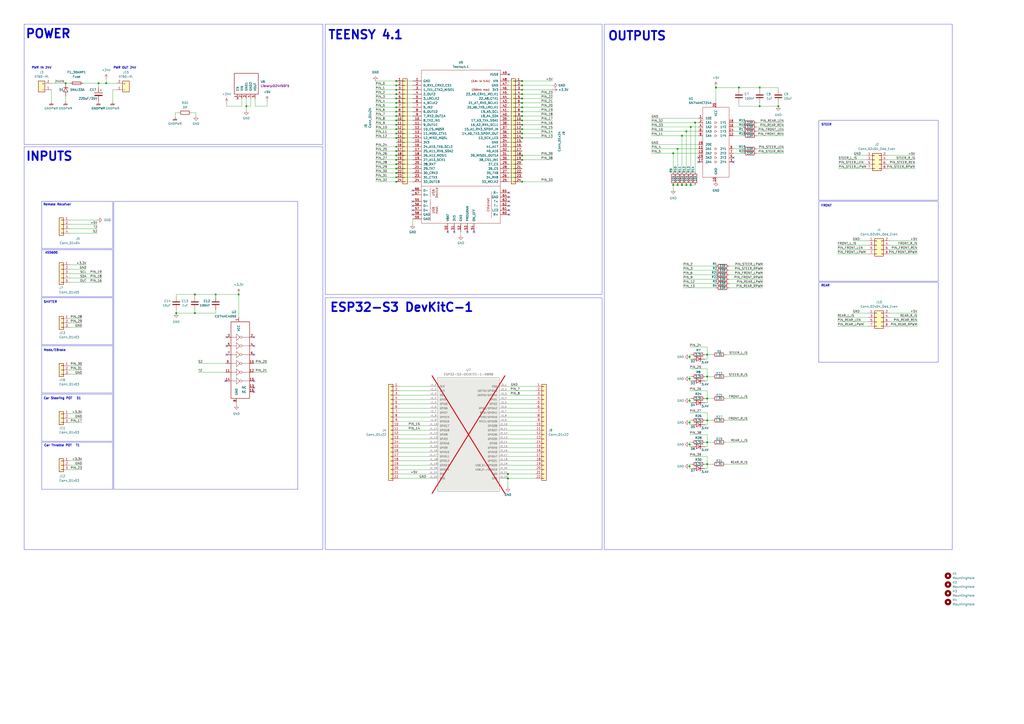
<source format=kicad_sch>
(kicad_sch (version 20250114) (generator "eeschema") (generator_version "9.0")
  (paper "A2")
  (title_block (date "2025-11-25"))
  (rectangle (start 474.98 69.85) (end 544.195 116.205))
  (rectangle (start 66.04 116.84) (end 172.72 283.845))
  (rectangle (start 188.595 172.72) (end 349.25 318.77))
  (rectangle (start 24.13 116.84) (end 65.405 144.145))
  (rectangle (start 24.13 228.6) (end 65.405 255.905))
  (rectangle (start 474.98 116.84) (end 544.195 163.195))
  (rectangle (start 350.52 13.97) (end 552.45 318.77))
  (rectangle (start 188.595 13.97) (end 349.25 170.815))
  (rectangle (start 24.13 200.66) (end 65.405 227.965))
  (rectangle (start 24.13 144.78) (end 65.405 172.085))
  (rectangle (start 13.97 85.09) (end 187.325 318.77))
  (rectangle (start 24.13 172.72) (end 65.405 200.025))
  (rectangle (start 13.97 13.97) (end 187.325 83.82))
  (rectangle (start 474.98 163.83) (end 544.195 210.185))
  (rectangle (start 24.13 256.54) (end 65.405 283.845))
  (text "STEER" (at 479.425 72.39 0) (effects (font (size 1.27 1.27) (thickness 0.254) (bold yes))))
  (text "PWR OUT 24V" (at 72.39 39.37 0) (effects (font (size 1.27 1.27) (thickness 0.254) (bold yes))))
  (text "SHIFTER" (at 29.21 175.26 0) (effects (font (size 1.27 1.27) (thickness 0.254) (bold yes))))
  (text "S1" (at 45.72 231.14 0) (effects (font (size 1.27 1.27) (thickness 0.254) (bold yes))))
  (text "ESP32-S3 DevKitC-1 " (at 234.95 178.435 0) (effects (font (size 5 5) (thickness 1) (bold yes))))
  (text "Car Throttle POT" (at 33.655 258.445 0) (effects (font (size 1.27 1.27) (thickness 0.254) (bold yes))))
  (text "AS5600" (at 29.845 146.685 0) (effects (font (size 1.27 1.27) (thickness 0.254) (bold yes))))
  (text "REAR" (at 478.79 165.735 0) (effects (font (size 1.27 1.27) (thickness 0.254) (bold yes))))
  (text "POWER" (at 27.94 19.685 0) (effects (font (size 5 5) (thickness 1) (bold yes))))
  (text "TEENSY 4.1" (at 212.09 20.32 0) (effects (font (size 5 5) (thickness 1) (bold yes))))
  (text "PWR IN 24V" (at 24.13 39.37 0) (effects (font (size 1.27 1.27) (thickness 0.254) (bold yes))))
  (text "FRONT" (at 479.425 119.38 0) (effects (font (size 1.27 1.27) (thickness 0.254) (bold yes))))
  (text "Mode/EBrake" (at 31.75 203.2 0) (effects (font (size 1.27 1.27) (thickness 0.254) (bold yes))))
  (text "T1" (at 45.085 258.445 0) (effects (font (size 1.27 1.27) (thickness 0.254) (bold yes))))
  (text "Car Steering POT" (at 33.655 231.14 0) (effects (font (size 1.27 1.27) (thickness 0.254) (bold yes))))
  (text "OUTPUTS" (at 369.57 20.955 0) (effects (font (size 5 5) (thickness 1) (bold yes))))
  (text "INPUTS" (at 28.575 90.805 0) (effects (font (size 5 5) (thickness 1) (bold yes))))
  (text "Remote Receiver " (at 33.655 118.745 0) (effects (font (size 1.27 1.27) (thickness 0.254) (bold yes))))
  (junction (at 229.87 49.53))
  (junction (at 229.87 102.87))
  (junction (at 294.64 277.495))
  (junction (at 302.895 54.61))
  (junction (at 229.87 64.77))
  (junction (at 138.43 170.815))
  (junction (at 398.145 107.315))
  (junction (at 57.15 48.26))
  (junction (at 410.21 256.54))
  (junction (at 393.065 86.36))
  (junction (at 229.87 90.17))
  (junction (at 302.895 67.31))
  (junction (at 302.895 80.01))
  (junction (at 400.685 73.66))
  (junction (at 395.605 78.74))
  (junction (at 302.895 57.15))
  (junction (at 302.895 69.85))
  (junction (at 229.87 85.09))
  (junction (at 229.87 105.41))
  (junction (at 229.87 72.39))
  (junction (at 229.87 46.99))
  (junction (at 440.69 61.595))
  (junction (at 302.895 59.69))
  (junction (at 390.525 88.9))
  (junction (at 229.87 62.23))
  (junction (at 229.87 95.25))
  (junction (at 400.05 270.51))
  (junction (at 393.065 107.315))
  (junction (at 302.895 74.93))
  (junction (at 229.87 100.33))
  (junction (at 302.895 46.99))
  (junction (at 142.875 61.595))
  (junction (at 302.895 52.07))
  (junction (at 403.225 71.12))
  (junction (at 398.145 76.2))
  (junction (at 400.685 107.315))
  (junction (at 229.87 54.61))
  (junction (at 229.87 59.69))
  (junction (at 229.87 67.31))
  (junction (at 440.69 50.8))
  (junction (at 229.87 52.07))
  (junction (at 400.05 207.01))
  (junction (at 302.895 64.77))
  (junction (at 229.87 57.15))
  (junction (at 61.595 48.26))
  (junction (at 400.05 245.11))
  (junction (at 302.895 77.47))
  (junction (at 302.895 90.17))
  (junction (at 229.87 69.85))
  (junction (at 302.895 62.23))
  (junction (at 410.21 205.74))
  (junction (at 229.87 80.01))
  (junction (at 229.87 74.93))
  (junction (at 400.05 257.81))
  (junction (at 390.525 107.315))
  (junction (at 302.895 105.41))
  (junction (at 302.895 92.71))
  (junction (at 428.625 50.8))
  (junction (at 229.87 87.63))
  (junction (at 395.605 107.315))
  (junction (at 229.87 97.79))
  (junction (at 102.235 181.61))
  (junction (at 38.1 48.26))
  (junction (at 400.05 232.41))
  (junction (at 410.21 231.14))
  (junction (at 294.64 274.955))
  (junction (at 125.095 170.815))
  (junction (at 302.895 49.53))
  (junction (at 451.485 61.595))
  (junction (at 415.29 50.8))
  (junction (at 410.21 269.24))
  (junction (at 410.21 218.44))
  (junction (at 302.895 72.39))
  (junction (at 400.05 219.71))
  (junction (at 229.87 92.71))
  (junction (at 229.87 77.47))
  (junction (at 113.03 181.61))
  (junction (at 410.21 243.84))
  (junction (at 113.03 170.815))
  (no_connect (at 239.395 119.38))
  (no_connect (at 295.275 116.84))
  (no_connect (at 131.445 200.66))
  (no_connect (at 274.955 134.62))
  (no_connect (at 425.45 93.98))
  (no_connect (at 295.275 111.76))
  (no_connect (at 239.395 110.49))
  (no_connect (at 147.32 195.58))
  (no_connect (at 131.445 205.74))
  (no_connect (at 405.13 91.44))
  (no_connect (at 295.275 114.3))
  (no_connect (at 130.81 220.98))
  (no_connect (at 147.32 227.33))
  (no_connect (at 147.32 200.66))
  (no_connect (at 295.275 121.92))
  (no_connect (at 239.395 124.46))
  (no_connect (at 295.275 43.18))
  (no_connect (at 137.795 57.15))
  (no_connect (at 425.45 91.44))
  (no_connect (at 147.32 220.98))
  (no_connect (at 263.525 134.62))
  (no_connect (at 295.275 124.46))
  (no_connect (at 147.32 224.79))
  (no_connect (at 131.445 195.58))
  (no_connect (at 239.395 121.92))
  (no_connect (at 405.13 93.98))
  (no_connect (at 239.395 113.03))
  (no_connect (at 271.145 134.62))
  (no_connect (at 147.32 205.74))
  (no_connect (at 295.275 119.38))
  (no_connect (at 259.715 134.62))
  (no_connect (at 239.395 116.84))
  (wire (pts (xy 310.515 236.855) (xy 294.64 236.855)))
  (wire (pts (xy 217.805 92.71) (xy 229.87 92.71)))
  (wire (pts (xy 217.805 54.61) (xy 229.87 54.61)))
  (wire (pts (xy 425.45 86.36) (xy 431.165 86.36)))
  (wire (pts (xy 396.24 164.465) (xy 415.29 164.465)))
  (wire (pts (xy 231.775 259.715) (xy 248.92 259.715)))
  (wire (pts (xy 454.66 76.2) (xy 438.785 76.2)))
  (wire (pts (xy 320.675 52.07) (xy 302.895 52.07)))
  (wire (pts (xy 442.595 164.465) (xy 422.91 164.465)))
  (wire (pts (xy 408.94 246.38) (xy 410.21 246.38)))
  (wire (pts (xy 231.775 272.415) (xy 248.92 272.415)))
  (wire (pts (xy 401.32 233.68) (xy 400.05 233.68)))
  (wire (pts (xy 40.64 187.325) (xy 47.625 187.325)))
  (wire (pts (xy 395.605 78.74) (xy 395.605 99.695)))
  (wire (pts (xy 125.095 170.815) (xy 125.095 172.085)))
  (wire (pts (xy 415.29 50.8) (xy 415.29 59.69)))
  (wire (pts (xy 131.445 61.595) (xy 140.335 61.595)))
  (wire (pts (xy 408.94 220.98) (xy 410.21 220.98)))
  (wire (pts (xy 217.805 59.69) (xy 229.87 59.69)))
  (wire (pts (xy 310.515 249.555) (xy 294.64 249.555)))
  (wire (pts (xy 442.595 156.845) (xy 422.91 156.845)))
  (wire (pts (xy 400.05 213.995) (xy 410.21 213.995)))
  (wire (pts (xy 231.775 257.175) (xy 248.92 257.175)))
  (wire (pts (xy 486.41 97.79) (xy 502.285 97.79)))
  (wire (pts (xy 516.255 189.23) (xy 532.13 189.23)))
  (wire (pts (xy 295.275 85.09) (xy 302.895 85.09)))
  (wire (pts (xy 229.87 67.31) (xy 239.395 67.31)))
  (wire (pts (xy 267.335 136.525) (xy 267.335 134.62)))
  (wire (pts (xy 302.895 49.53) (xy 295.275 49.53)))
  (wire (pts (xy 400.05 256.54) (xy 401.32 256.54)))
  (wire (pts (xy 400.05 246.38) (xy 400.05 245.11)))
  (wire (pts (xy 433.705 218.44) (xy 421.005 218.44)))
  (wire (pts (xy 377.825 88.9) (xy 390.525 88.9)))
  (wire (pts (xy 295.275 80.01) (xy 302.895 80.01)))
  (wire (pts (xy 217.805 72.39) (xy 229.87 72.39)))
  (wire (pts (xy 102.235 170.815) (xy 113.03 170.815)))
  (wire (pts (xy 138.43 170.18) (xy 138.43 170.815)))
  (wire (pts (xy 125.095 181.61) (xy 113.03 181.61)))
  (wire (pts (xy 422.91 161.925) (xy 442.595 161.925)))
  (wire (pts (xy 40.64 184.785) (xy 47.625 184.785)))
  (wire (pts (xy 65.405 52.07) (xy 65.405 59.055)))
  (wire (pts (xy 440.69 59.69) (xy 440.69 61.595)))
  (wire (pts (xy 400.05 232.41) (xy 400.05 231.14)))
  (wire (pts (xy 295.275 82.55) (xy 302.895 82.55)))
  (wire (pts (xy 400.685 107.315) (xy 403.225 107.315)))
  (wire (pts (xy 425.45 71.12) (xy 431.165 71.12)))
  (wire (pts (xy 147.955 61.595) (xy 154.94 61.595)))
  (wire (pts (xy 56.515 132.715) (xy 40.64 132.715)))
  (wire (pts (xy 390.525 107.315) (xy 393.065 107.315)))
  (wire (pts (xy 40.64 242.57) (xy 47.625 242.57)))
  (wire (pts (xy 410.21 259.08) (xy 410.21 256.54)))
  (wire (pts (xy 320.675 49.53) (xy 302.895 49.53)))
  (wire (pts (xy 400.05 207.01) (xy 400.05 205.74)))
  (wire (pts (xy 217.805 102.87) (xy 229.87 102.87)))
  (wire (pts (xy 310.515 254.635) (xy 294.64 254.635)))
  (wire (pts (xy 320.675 54.61) (xy 302.895 54.61)))
  (wire (pts (xy 229.87 92.71) (xy 239.395 92.71)))
  (wire (pts (xy 302.895 92.71) (xy 320.675 92.71)))
  (wire (pts (xy 400.05 218.44) (xy 401.32 218.44)))
  (wire (pts (xy 408.94 218.44) (xy 410.21 218.44)))
  (wire (pts (xy 50.165 156.21) (xy 40.64 156.21)))
  (wire (pts (xy 310.515 272.415) (xy 294.64 272.415)))
  (wire (pts (xy 514.985 97.79) (xy 530.86 97.79)))
  (wire (pts (xy 302.895 69.85) (xy 295.275 69.85)))
  (wire (pts (xy 532.13 139.7) (xy 516.255 139.7)))
  (wire (pts (xy 310.515 264.795) (xy 294.64 264.795)))
  (wire (pts (xy 229.87 49.53) (xy 239.395 49.53)))
  (wire (pts (xy 377.825 71.12) (xy 403.225 71.12)))
  (wire (pts (xy 231.775 241.935) (xy 248.92 241.935)))
  (wire (pts (xy 310.515 277.495) (xy 294.64 277.495)))
  (wire (pts (xy 229.87 100.33) (xy 239.395 100.33)))
  (wire (pts (xy 229.87 57.15) (xy 239.395 57.15)))
  (wire (pts (xy 229.87 90.17) (xy 239.395 90.17)))
  (wire (pts (xy 433.705 269.24) (xy 421.005 269.24)))
  (wire (pts (xy 229.87 62.23) (xy 239.395 62.23)))
  (wire (pts (xy 217.805 100.33) (xy 229.87 100.33)))
  (wire (pts (xy 217.805 90.17) (xy 229.87 90.17)))
  (wire (pts (xy 294.64 226.695) (xy 310.515 226.695)))
  (wire (pts (xy 425.45 78.74) (xy 431.165 78.74)))
  (wire (pts (xy 310.515 267.335) (xy 294.64 267.335)))
  (wire (pts (xy 217.805 77.47) (xy 229.87 77.47)))
  (wire (pts (xy 40.64 272.415) (xy 47.625 272.415)))
  (wire (pts (xy 408.94 231.14) (xy 410.21 231.14)))
  (wire (pts (xy 56.515 135.255) (xy 40.64 135.255)))
  (wire (pts (xy 400.05 220.98) (xy 400.05 219.71)))
  (wire (pts (xy 294.64 224.155) (xy 310.515 224.155)))
  (wire (pts (xy 231.775 234.315) (xy 248.92 234.315)))
  (wire (pts (xy 377.825 73.66) (xy 400.685 73.66)))
  (wire (pts (xy 403.225 71.12) (xy 403.225 99.695)))
  (wire (pts (xy 451.485 52.07) (xy 451.485 50.8)))
  (wire (pts (xy 410.21 264.795) (xy 410.21 269.24)))
  (wire (pts (xy 428.625 50.8) (xy 428.625 52.07)))
  (wire (pts (xy 401.32 208.28) (xy 400.05 208.28)))
  (wire (pts (xy 302.895 62.23) (xy 295.275 62.23)))
  (wire (pts (xy 320.675 46.99) (xy 302.895 46.99)))
  (wire (pts (xy 320.675 67.31) (xy 302.895 67.31)))
  (wire (pts (xy 442.595 167.005) (xy 422.91 167.005)))
  (wire (pts (xy 229.87 46.99) (xy 239.395 46.99)))
  (wire (pts (xy 395.605 107.315) (xy 398.145 107.315)))
  (wire (pts (xy 38.1 48.26) (xy 29.845 48.26)))
  (wire (pts (xy 400.05 257.81) (xy 400.05 256.54)))
  (wire (pts (xy 231.775 226.695) (xy 248.92 226.695)))
  (wire (pts (xy 231.775 267.335) (xy 248.92 267.335)))
  (wire (pts (xy 113.03 170.815) (xy 125.095 170.815)))
  (wire (pts (xy 410.21 271.78) (xy 410.21 269.24)))
  (wire (pts (xy 401.32 220.98) (xy 400.05 220.98)))
  (wire (pts (xy 229.87 80.01) (xy 239.395 80.01)))
  (wire (pts (xy 50.165 153.67) (xy 40.64 153.67)))
  (wire (pts (xy 102.235 181.61) (xy 102.235 179.705)))
  (wire (pts (xy 231.775 236.855) (xy 248.92 236.855)))
  (wire (pts (xy 485.775 142.24) (xy 503.555 142.24)))
  (wire (pts (xy 57.15 48.26) (xy 57.15 50.8)))
  (wire (pts (xy 393.065 107.315) (xy 395.605 107.315)))
  (wire (pts (xy 302.895 59.69) (xy 295.275 59.69)))
  (wire (pts (xy 217.805 97.79) (xy 229.87 97.79)))
  (wire (pts (xy 217.805 57.15) (xy 229.87 57.15)))
  (wire (pts (xy 295.275 92.71) (xy 302.895 92.71)))
  (wire (pts (xy 67.31 48.26) (xy 61.595 48.26)))
  (wire (pts (xy 425.45 88.9) (xy 431.165 88.9)))
  (wire (pts (xy 294.64 274.955) (xy 294.64 277.495)))
  (wire (pts (xy 396.24 159.385) (xy 415.29 159.385)))
  (wire (pts (xy 516.255 186.69) (xy 532.13 186.69)))
  (wire (pts (xy 320.675 77.47) (xy 302.895 77.47)))
  (wire (pts (xy 113.03 179.705) (xy 113.03 181.61)))
  (wire (pts (xy 400.05 233.68) (xy 400.05 232.41)))
  (wire (pts (xy 114.935 210.82) (xy 130.81 210.82)))
  (wire (pts (xy 310.515 239.395) (xy 294.64 239.395)))
  (wire (pts (xy 410.21 246.38) (xy 410.21 243.84)))
  (wire (pts (xy 390.525 107.315) (xy 390.525 109.855)))
  (wire (pts (xy 400.05 259.08) (xy 400.05 257.81)))
  (wire (pts (xy 377.825 86.36) (xy 393.065 86.36)))
  (wire (pts (xy 294.64 277.495) (xy 294.64 282.575)))
  (wire (pts (xy 442.595 154.305) (xy 422.91 154.305)))
  (wire (pts (xy 40.64 269.875) (xy 47.625 269.875)))
  (wire (pts (xy 295.275 90.17) (xy 302.895 90.17)))
  (wire (pts (xy 400.05 264.795) (xy 410.21 264.795)))
  (wire (pts (xy 532.13 142.24) (xy 516.255 142.24)))
  (wire (pts (xy 401.32 259.08) (xy 400.05 259.08)))
  (wire (pts (xy 495.3 90.17) (xy 502.285 90.17)))
  (wire (pts (xy 440.69 50.8) (xy 440.69 52.07)))
  (wire (pts (xy 440.69 61.595) (xy 451.485 61.595)))
  (wire (pts (xy 516.255 147.32) (xy 532.13 147.32)))
  (wire (pts (xy 131.445 59.69) (xy 131.445 61.595)))
  (wire (pts (xy 231.775 254.635) (xy 248.92 254.635)))
  (wire (pts (xy 310.515 241.935) (xy 294.64 241.935)))
  (wire (pts (xy 310.515 247.015) (xy 294.64 247.015)))
  (wire (pts (xy 400.05 245.11) (xy 400.05 243.84)))
  (wire (pts (xy 454.66 78.74) (xy 438.785 78.74)))
  (wire (pts (xy 377.825 76.2) (xy 398.145 76.2)))
  (wire (pts (xy 400.685 73.66) (xy 400.685 99.695)))
  (wire (pts (xy 40.64 240.03) (xy 47.625 240.03)))
  (wire (pts (xy 485.775 184.15) (xy 503.555 184.15)))
  (wire (pts (xy 61.595 45.72) (xy 61.595 48.26)))
  (wire (pts (xy 377.825 68.58) (xy 405.13 68.58)))
  (wire (pts (xy 400.05 201.295) (xy 410.21 201.295)))
  (wire (pts (xy 113.03 181.61) (xy 102.235 181.61)))
  (wire (pts (xy 398.145 76.2) (xy 405.13 76.2)))
  (wire (pts (xy 295.275 105.41) (xy 302.895 105.41)))
  (wire (pts (xy 154.94 215.9) (xy 147.32 215.9)))
  (wire (pts (xy 142.875 61.595) (xy 142.875 64.135)))
  (wire (pts (xy 229.87 54.61) (xy 239.395 54.61)))
  (wire (pts (xy 217.805 80.01) (xy 229.87 80.01)))
  (wire (pts (xy 410.21 218.44) (xy 413.385 218.44)))
  (wire (pts (xy 231.775 231.775) (xy 248.92 231.775)))
  (wire (pts (xy 140.335 61.595) (xy 140.335 57.15)))
  (wire (pts (xy 138.43 170.815) (xy 138.43 184.15)))
  (wire (pts (xy 516.255 144.78) (xy 532.13 144.78)))
  (wire (pts (xy 38.1 59.055) (xy 38.1 55.88)))
  (wire (pts (xy 400.05 239.395) (xy 410.21 239.395)))
  (wire (pts (xy 433.705 231.14) (xy 421.005 231.14)))
  (wire (pts (xy 310.515 244.475) (xy 294.64 244.475)))
  (wire (pts (xy 400.05 243.84) (xy 401.32 243.84)))
  (wire (pts (xy 422.91 159.385) (xy 442.595 159.385)))
  (wire (pts (xy 40.64 161.29) (xy 59.055 161.29)))
  (wire (pts (xy 377.825 83.82) (xy 405.13 83.82)))
  (wire (pts (xy 393.065 86.36) (xy 405.13 86.36)))
  (wire (pts (xy 40.64 189.865) (xy 47.625 189.865)))
  (wire (pts (xy 229.87 74.93) (xy 239.395 74.93)))
  (wire (pts (xy 302.895 52.07) (xy 295.275 52.07)))
  (wire (pts (xy 320.675 62.23) (xy 302.895 62.23)))
  (wire (pts (xy 125.095 170.815) (xy 138.43 170.815)))
  (wire (pts (xy 40.64 217.17) (xy 47.625 217.17)))
  (wire (pts (xy 485.775 189.23) (xy 503.555 189.23)))
  (wire (pts (xy 514.985 95.25) (xy 530.86 95.25)))
  (wire (pts (xy 310.515 262.255) (xy 294.64 262.255)))
  (wire (pts (xy 154.94 58.42) (xy 154.94 61.595)))
  (wire (pts (xy 229.87 72.39) (xy 239.395 72.39)))
  (wire (pts (xy 530.86 92.71) (xy 514.985 92.71)))
  (wire (pts (xy 302.895 74.93) (xy 295.275 74.93)))
  (wire (pts (xy 229.87 52.07) (xy 239.395 52.07)))
  (wire (pts (xy 398.145 76.2) (xy 398.145 99.695)))
  (wire (pts (xy 113.665 65.405) (xy 111.125 65.405)))
  (wire (pts (xy 485.775 186.69) (xy 503.555 186.69)))
  (wire (pts (xy 494.665 181.61) (xy 503.555 181.61)))
  (wire (pts (xy 410.21 201.295) (xy 410.21 205.74)))
  (wire (pts (xy 408.94 208.28) (xy 410.21 208.28)))
  (wire (pts (xy 56.515 127.635) (xy 40.64 127.635)))
  (wire (pts (xy 400.05 226.695) (xy 410.21 226.695)))
  (wire (pts (xy 390.525 88.9) (xy 390.525 99.695)))
  (wire (pts (xy 396.24 154.305) (xy 415.29 154.305)))
  (wire (pts (xy 532.13 184.15) (xy 516.255 184.15)))
  (wire (pts (xy 40.64 158.75) (xy 59.055 158.75)))
  (wire (pts (xy 393.065 99.695) (xy 393.065 86.36)))
  (wire (pts (xy 395.605 78.74) (xy 405.13 78.74)))
  (wire (pts (xy 217.805 62.23) (xy 229.87 62.23)))
  (wire (pts (xy 400.685 73.66) (xy 405.13 73.66)))
  (wire (pts (xy 57.15 48.26) (xy 48.26 48.26)))
  (wire (pts (xy 56.515 130.175) (xy 40.64 130.175)))
  (wire (pts (xy 408.94 271.78) (xy 410.21 271.78)))
  (wire (pts (xy 494.665 139.7) (xy 503.555 139.7)))
  (wire (pts (xy 410.21 231.14) (xy 413.385 231.14)))
  (wire (pts (xy 310.515 257.175) (xy 294.64 257.175)))
  (wire (pts (xy 320.675 64.77) (xy 302.895 64.77)))
  (wire (pts (xy 302.895 67.31) (xy 295.275 67.31)))
  (wire (pts (xy 231.775 239.395) (xy 248.92 239.395)))
  (wire (pts (xy 410.21 208.28) (xy 410.21 205.74)))
  (wire (pts (xy 428.625 50.8) (xy 415.29 50.8)))
  (wire (pts (xy 400.05 231.14) (xy 401.32 231.14)))
  (wire (pts (xy 40.64 245.11) (xy 47.625 245.11)))
  (wire (pts (xy 231.775 274.955) (xy 248.92 274.955)))
  (wire (pts (xy 377.825 78.74) (xy 395.605 78.74)))
  (wire (pts (xy 454.66 73.66) (xy 438.785 73.66)))
  (wire (pts (xy 231.775 247.015) (xy 248.92 247.015)))
  (wire (pts (xy 145.415 61.595) (xy 142.875 61.595)))
  (wire (pts (xy 67.31 52.07) (xy 65.405 52.07)))
  (wire (pts (xy 302.895 46.99) (xy 295.275 46.99)))
  (wire (pts (xy 401.32 246.38) (xy 400.05 246.38)))
  (wire (pts (xy 113.665 67.31) (xy 113.665 65.405)))
  (wire (pts (xy 396.24 161.925) (xy 415.29 161.925)))
  (wire (pts (xy 403.225 71.12) (xy 405.13 71.12)))
  (wire (pts (xy 231.775 244.475) (xy 248.92 244.475)))
  (wire (pts (xy 125.095 179.705) (xy 125.095 181.61)))
  (wire (pts (xy 102.235 172.085) (xy 102.235 170.815)))
  (wire (pts (xy 400.05 208.28) (xy 400.05 207.01)))
  (wire (pts (xy 231.775 262.255) (xy 248.92 262.255)))
  (wire (pts (xy 239.395 127) (xy 239.395 130.175)))
  (wire (pts (xy 40.64 212.09) (xy 47.625 212.09)))
  (wire (pts (xy 229.87 77.47) (xy 239.395 77.47)))
  (wire (pts (xy 408.94 256.54) (xy 410.21 256.54)))
  (wire (pts (xy 410.21 226.695) (xy 410.21 231.14)))
  (wire (pts (xy 310.515 259.715) (xy 294.64 259.715)))
  (wire (pts (xy 302.895 90.17) (xy 320.675 90.17)))
  (wire (pts (xy 320.675 59.69) (xy 302.895 59.69)))
  (wire (pts (xy 154.94 210.82) (xy 147.32 210.82)))
  (wire (pts (xy 410.21 252.095) (xy 410.21 256.54)))
  (wire (pts (xy 302.895 57.15) (xy 295.275 57.15)))
  (wire (pts (xy 114.935 215.9) (xy 130.81 215.9)))
  (wire (pts (xy 229.87 95.25) (xy 239.395 95.25)))
  (wire (pts (xy 217.805 74.93) (xy 229.87 74.93)))
  (wire (pts (xy 425.45 73.66) (xy 431.165 73.66)))
  (wire (pts (xy 410.21 243.84) (xy 413.385 243.84)))
  (wire (pts (xy 217.805 64.77) (xy 229.87 64.77)))
  (wire (pts (xy 217.805 85.09) (xy 229.87 85.09)))
  (wire (pts (xy 433.705 256.54) (xy 421.005 256.54)))
  (wire (pts (xy 231.775 264.795) (xy 248.92 264.795)))
  (wire (pts (xy 217.805 95.25) (xy 229.87 95.25)))
  (wire (pts (xy 137.16 233.68) (xy 137.16 234.95)))
  (wire (pts (xy 101.6 65.405) (xy 103.505 65.405)))
  (wire (pts (xy 217.805 69.85) (xy 229.87 69.85)))
  (wire (pts (xy 302.895 54.61) (xy 295.275 54.61)))
  (wire (pts (xy 410.21 205.74) (xy 413.385 205.74)))
  (wire (pts (xy 428.625 61.595) (xy 440.69 61.595)))
  (wire (pts (xy 231.775 249.555) (xy 248.92 249.555)))
  (wire (pts (xy 425.45 76.2) (xy 431.165 76.2)))
  (wire (pts (xy 454.66 86.36) (xy 438.785 86.36)))
  (wire (pts (xy 410.21 269.24) (xy 413.385 269.24)))
  (wire (pts (xy 229.87 87.63) (xy 239.395 87.63)))
  (wire (pts (xy 320.675 57.15) (xy 302.895 57.15)))
  (wire (pts (xy 410.21 233.68) (xy 410.21 231.14)))
  (wire (pts (xy 217.805 87.63) (xy 229.87 87.63)))
  (wire (pts (xy 229.87 102.87) (xy 239.395 102.87)))
  (wire (pts (xy 310.515 231.775) (xy 294.64 231.775)))
  (wire (pts (xy 113.03 170.815) (xy 113.03 172.085)))
  (wire (pts (xy 310.515 269.875) (xy 294.64 269.875)))
  (wire (pts (xy 302.895 72.39) (xy 295.275 72.39)))
  (wire (pts (xy 454.66 88.9) (xy 438.785 88.9)))
  (wire (pts (xy 295.275 87.63) (xy 302.895 87.63)))
  (wire (pts (xy 57.15 58.42) (xy 57.15 59.055)))
  (wire (pts (xy 408.94 233.68) (xy 410.21 233.68)))
  (wire (pts (xy 485.775 144.78) (xy 503.555 144.78)))
  (wire (pts (xy 231.775 252.095) (xy 248.92 252.095)))
  (wire (pts (xy 400.05 252.095) (xy 410.21 252.095)))
  (wire (pts (xy 485.775 147.32) (xy 503.555 147.32)))
  (wire (pts (xy 295.275 100.33) (xy 302.895 100.33)))
  (wire (pts (xy 408.94 259.08) (xy 410.21 259.08)))
  (wire (pts (xy 400.05 269.24) (xy 401.32 269.24)))
  (wire (pts (xy 532.13 181.61) (xy 516.255 181.61)))
  (wire (pts (xy 229.87 64.77) (xy 239.395 64.77)))
  (wire (pts (xy 454.66 71.12) (xy 438.785 71.12)))
  (wire (pts (xy 217.805 49.53) (xy 229.87 49.53)))
  (wire (pts (xy 400.05 270.51) (xy 400.05 269.24)))
  (wire (pts (xy 408.94 269.24) (xy 410.21 269.24)))
  (wire (pts (xy 229.87 59.69) (xy 239.395 59.69)))
  (wire (pts (xy 229.87 69.85) (xy 239.395 69.85)))
  (wire (pts (xy 142.875 57.15) (xy 142.875 61.595)))
  (wire (pts (xy 61.595 48.26) (xy 57.15 48.26)))
  (wire (pts (xy 231.775 224.155) (xy 248.92 224.155)))
  (wire (pts (xy 440.69 50.8) (xy 428.625 50.8)))
  (wire (pts (xy 428.625 59.69) (xy 428.625 61.595)))
  (wire (pts (xy 451.485 50.8) (xy 440.69 50.8)))
  (wire (pts (xy 398.145 107.315) (xy 400.685 107.315)))
  (wire (pts (xy 433.705 205.74) (xy 421.005 205.74)))
  (wire (pts (xy 40.64 267.335) (xy 47.625 267.335)))
  (wire (pts (xy 310.515 252.095) (xy 294.64 252.095)))
  (wire (pts (xy 217.805 67.31) (xy 229.87 67.31)))
  (wire (pts (xy 217.805 52.07) (xy 229.87 52.07)))
  (wire (pts (xy 145.415 57.15) (xy 145.415 61.595)))
  (wire (pts (xy 310.515 234.315) (xy 294.64 234.315)))
  (wire (pts (xy 408.94 205.74) (xy 410.21 205.74)))
  (wire (pts (xy 101.6 67.945) (xy 101.6 65.405)))
  (wire (pts (xy 530.86 90.17) (xy 514.985 90.17)))
  (wire (pts (xy 229.87 82.55) (xy 239.395 82.55)))
  (wire (pts (xy 295.275 77.47) (xy 302.895 77.47)))
  (wire (pts (xy 486.41 92.71) (xy 502.285 92.71)))
  (wire (pts (xy 302.895 105.41) (xy 320.675 105.41)))
  (wire (pts (xy 229.87 97.79) (xy 239.395 97.79)))
  (wire (pts (xy 410.21 220.98) (xy 410.21 218.44)))
  (wire (pts (xy 310.515 274.955) (xy 294.64 274.955)))
  (wire (pts (xy 217.805 46.99) (xy 229.87 46.99)))
  (wire (pts (xy 400.05 219.71) (xy 400.05 218.44)))
  (wire (pts (xy 231.775 229.235) (xy 248.92 229.235)))
  (wire (pts (xy 433.705 243.84) (xy 421.005 243.84)))
  (wire (pts (xy 29.845 52.07) (xy 29.845 59.055)))
  (wire (pts (xy 320.675 80.01) (xy 302.895 80.01)))
  (wire (pts (xy 320.675 69.85) (xy 302.895 69.85)))
  (wire (pts (xy 295.275 97.79) (xy 302.895 97.79)))
  (wire (pts (xy 400.05 205.74) (xy 401.32 205.74)))
  (wire (pts (xy 40.64 163.83) (xy 59.055 163.83)))
  (wire (pts (xy 229.87 85.09) (xy 239.395 85.09)))
  (wire (pts (xy 40.64 48.26) (xy 38.1 48.26)))
  (wire (pts (xy 320.675 72.39) (xy 302.895 72.39)))
  (wire (pts (xy 396.24 156.845) (xy 415.29 156.845)))
  (wire (pts (xy 302.895 64.77) (xy 295.275 64.77)))
  (wire (pts (xy 451.485 61.595) (xy 451.485 59.69)))
  (wire (pts (xy 415.29 50.165) (xy 415.29 50.8)))
  (wire (pts (xy 147.955 57.15) (xy 147.955 61.595)))
  (wire (pts (xy 408.94 243.84) (xy 410.21 243.84)))
  (wire (pts (xy 396.24 167.005) (xy 415.29 167.005)))
  (wire (pts (xy 217.805 105.41) (xy 229.87 105.41)))
  (wire (pts (xy 410.21 239.395) (xy 410.21 243.84)))
  (wire (pts (xy 231.775 269.875) (xy 248.92 269.875)))
  (wire (pts (xy 400.05 271.78) (xy 400.05 270.51)))
  (wire (pts (xy 410.21 213.995) (xy 410.21 218.44)))
  (wire (pts (xy 390.525 88.9) (xy 405.13 88.9)))
  (wire (pts (xy 295.275 95.25) (xy 302.895 95.25)))
  (wire (pts (xy 229.87 105.41) (xy 239.395 105.41)))
  (wire (pts (xy 320.675 74.93) (xy 302.895 74.93)))
  (wire (pts (xy 486.41 95.25) (xy 502.285 95.25)))
  (wire (pts (xy 294.64 229.235) (xy 310.515 229.235)))
  (wire (pts (xy 40.64 214.63) (xy 47.625 214.63)))
  (wire (pts (xy 295.275 102.87) (xy 302.895 102.87)))
  (wire (pts (xy 401.32 271.78) (xy 400.05 271.78)))
  (wire (pts (xy 410.21 256.54) (xy 413.385 256.54)))
  (wire (pts (xy 231.775 277.495) (xy 248.92 277.495)))
  (label "PIN_8" (at 217.805 69.85 0))
  (label "OUT" (at 50.165 163.83 180))
  (label "PIN_REAR_REN" (at 454.66 73.66 180))
  (label "PIN_5" (at 217.805 62.23 0))
  (label "T2" (at 56.515 132.715 180))
  (label "PIN_33" (at 320.675 105.41 180))
  (label "PIN_31" (at 217.805 102.87 0))
  (label "PIN_28" (at 217.805 95.25 0))
  (label "PIN_REAR_RPWM" (at 532.13 189.23 180))
  (label "PIN_9" (at 396.24 161.925 0))
  (label "PIN_17" (at 47.625 245.11 180) (effects (font (thickness 0.1588))))
  (label "STEER_L_IS" (at 486.41 92.71 0))
  (label "PIN_STEER_RPWM" (at 442.595 156.845 180))
  (label "PIN_STEER_LEN" (at 454.66 86.36 180))
  (label "PIN_4" (at 377.825 86.36 0))
  (label "PIN_7" (at 301.625 226.695 180))
  (label "PIN_14" (at 236.855 249.555 0))
  (label "+5V" (at 532.13 139.7 180))
  (label "S2" (at 56.515 135.255 180))
  (label "GND" (at 377.825 68.58 0))
  (label "PIN_0" (at 217.805 49.53 0))
  (label "STEER_R_IS" (at 530.86 92.71 180))
  (label "PIN_REAR_REN" (at 532.13 186.69 180))
  (label "PIN_7" (at 217.805 67.31 0))
  (label "PIN_STEER_LEN" (at 486.41 95.25 0))
  (label "PIN_12" (at 217.805 80.01 0))
  (label "+5V" (at 320.675 46.99 180))
  (label "PIN_28" (at 47.625 184.785 180) (effects (font (thickness 0.1588))))
  (label "PIN_11" (at 217.805 77.47 0))
  (label "PIN_18" (at 320.675 67.31 180))
  (label "GND" (at 47.625 189.865 180) (effects (font (thickness 0.1588))))
  (label "+3.3V" (at 47.625 240.03 180) (effects (font (thickness 0.1588))))
  (label "PIN_REAR_LPWM" (at 442.595 164.465 180))
  (label "PIN_16" (at 59.055 163.83 180))
  (label "+5V" (at 532.13 181.61 180))
  (label "GND" (at 300.355 224.155 180))
  (label "PIN_22" (at 320.675 57.15 180))
  (label "PIN_STEER_LPWM" (at 442.595 154.305 180))
  (label "PIN_10" (at 377.825 76.2 0))
  (label "24VIN" (at 31.75 48.26 0))
  (label "REAR_R_IS" (at 433.705 269.24 180))
  (label "T2" (at 114.935 215.9 0))
  (label "PIN_3" (at 217.805 57.15 0))
  (label "+3.3V" (at 47.625 267.335 180) (effects (font (thickness 0.1588))))
  (label "FRONT_R_IS" (at 532.13 142.24 180))
  (label "STEER_L_IS" (at 433.705 205.74 180))
  (label "REAR_L_IS" (at 485.775 184.15 0))
  (label "PIN_8" (at 301.625 229.235 180))
  (label "PIN_13" (at 396.24 167.005 0))
  (label "PIN_10" (at 217.805 74.93 0))
  (label "PIN_27" (at 217.805 92.71 0))
  (label "PIN_FRONT_REN" (at 532.13 144.78 180))
  (label "PIN_33" (at 377.825 73.66 0))
  (label "FRONT_L_IS" (at 485.775 142.24 0))
  (label "PIN_27" (at 400.05 239.395 0))
  (label "GND" (at 50.165 156.21 180))
  (label "PIN_STEER_REN" (at 454.66 88.9 180))
  (label "PIN_12" (at 396.24 164.465 0))
  (label "PIN_9" (at 217.805 72.39 0))
  (label "PIN_39" (at 320.675 90.17 180))
  (label "PIN_17" (at 320.675 69.85 180))
  (label "PIN_REAR_LEN" (at 485.775 186.69 0))
  (label "PIN_FRONT_RPWM" (at 442.595 161.925 180))
  (label "+5V" (at 56.515 130.175 180))
  (label "GND" (at 495.3 90.17 0))
  (label "PIN_STEER_REN" (at 530.86 95.25 180))
  (label "PIN_23" (at 47.625 272.415 180) (effects (font (thickness 0.1588))))
  (label "PIN_FRONT_RPWM" (at 532.13 147.32 180))
  (label "+3.3V" (at 50.165 153.67 180))
  (label "PIN_16" (at 320.675 72.39 180))
  (label "REAR_L_IS" (at 433.705 256.54 180))
  (label "PIN_21" (at 154.94 215.9 180))
  (label "GND" (at 243.205 277.495 0))
  (label "PIN_38" (at 320.675 92.71 180))
  (label "PIN_REAR_LPWM" (at 485.775 189.23 0))
  (label "PIN_5" (at 377.825 88.9 0))
  (label "PIN_FRONT_REN" (at 454.66 78.74 180))
  (label "PIN_2" (at 217.805 54.61 0))
  (label "GND" (at 47.625 242.57 180) (effects (font (thickness 0.1588))))
  (label "PIN_23" (at 320.675 54.61 180))
  (label "GND" (at 47.625 217.17 180) (effects (font (thickness 0.1588))))
  (label "PIN_3" (at 396.24 156.845 0))
  (label "PIN_14" (at 320.675 77.47 180))
  (label "PIN_32" (at 377.825 71.12 0))
  (label "+5V" (at 530.86 90.17 180))
  (label "PIN_24" (at 217.805 85.09 0))
  (label "PIN_FRONT_LEN" (at 485.775 144.78 0))
  (label "PIN_30" (at 47.625 212.09 180) (effects (font (thickness 0.1588))))
  (label "GND" (at 377.825 83.82 0))
  (label "PIN_1" (at 217.805 52.07 0))
  (label "GND" (at 494.665 139.7 0))
  (label "PIN_25" (at 217.805 87.63 0))
  (label "PIN_REAR_LEN" (at 454.66 71.12 180))
  (label "PIN_FRONT_LPWM" (at 485.775 147.32 0))
  (label "PIN_29" (at 47.625 187.325 180) (effects (font (thickness 0.1588))))
  (label "PIN_26" (at 400.05 226.695 0))
  (label "SDA" (at 50.165 161.29 180))
  (label "S2" (at 114.935 210.82 0))
  (label "PIN_2" (at 396.24 154.305 0))
  (label "PIN_REAR_RPWM" (at 442.595 167.005 180))
  (label "GND" (at 494.665 181.61 0))
  (label "PIN_32" (at 217.805 105.41 0))
  (label "PIN_19" (at 59.055 158.75 180))
  (label "PIN_15" (at 320.675 74.93 180))
  (label "FRONT_L_IS" (at 433.705 231.14 180))
  (label "STEER_R_IS" (at 433.705 218.44 180))
  (label "PIN_6" (at 396.24 159.385 0))
  (label "PIN_25" (at 400.05 213.995 0))
  (label "GND" (at 47.625 269.875 180) (effects (font (thickness 0.1588))))
  (label "PIN_FRONT_LPWM" (at 442.595 159.385 180))
  (label "REAR_R_IS" (at 532.13 184.15 180))
  (label "PIN_38" (at 400.05 252.095 0))
  (label "PIN_13" (at 320.675 80.01 180))
  (label "PIN_4" (at 217.805 59.69 0))
  (label "PIN_6" (at 217.805 64.77 0))
  (label "PIN_15" (at 236.855 247.015 0))
  (label "PIN_STEER_LPWM" (at 486.41 97.79 0))
  (label "PIN_39" (at 400.05 264.795 0))
  (label "PIN_29" (at 217.805 97.79 0))
  (label "PIN_FRONT_LEN" (at 454.66 76.2 180))
  (label "PIN_20" (at 320.675 62.23 180))
  (label "PIN_11" (at 377.825 78.74 0))
  (label "PIN_26" (at 217.805 90.17 0))
  (label "PIN_21" (at 320.675 59.69 180))
  (label "PIN_31" (at 47.625 214.63 180) (effects (font (thickness 0.1588))))
  (label "PIN_19" (at 320.675 64.77 180))
  (label "PIN_30" (at 217.805 100.33 0))
  (label "SCL" (at 50.165 158.75 180))
  (label "PIN_20" (at 154.94 210.82 180))
  (label "PIN_18" (at 59.055 161.29 180))
  (label "PIN_24" (at 400.05 201.295 0))
  (label "+5V" (at 238.125 274.955 0))
  (label "PIN_STEER_RPWM" (at 530.86 97.79 180))
  (label "FRONT_R_IS" (at 433.705 243.84 180))
  (symbol (lib_id "Connector_Generic:Conn_01x22") (at 315.595 249.555 0) (unit 1)
    (property "Reference" "J8" (at 318.135 249.5549 0) (effects (justify left)))
    (property "Value" "Conn_01x22" (at 318.135 252.0949 0) (effects (justify left)))
    (property "Footprint" "Connector_PinSocket_2.54mm:PinSocket_1x22_P2.54mm_Vertical" (effects (hide yes)))
    (property "Description" "Generic connector, single row, 01x22, script generated (kicad-library-utils/schlib/autogen/connector/)" (effects (hide yes)))
    (property "LCSC" "C7499337" (effects (hide yes)))
    (property "MPN" "ZX-PM2.54-1-22PY" (effects (hide yes)))
  )
  (symbol (lib_id "Device:R") (at 417.195 218.44 90) (unit 1)
    (property "Reference" "R23" (at 417.195 216.535 90))
    (property "Value" "1.8k" (at 417.195 218.44 90))
    (property "Footprint" "Resistor_SMD:R_0603_1608Metric" (effects (hide yes)))
    (property "Description" "Resistor" (effects (hide yes)))
    (property "LCSC" "C185354" (effects (hide yes)))
    (property "MPN" "RC0603FR-071K8L" (effects (hide yes)))
  )
  (symbol (lib_id "power:GND") (at 400.05 270.51 270) (unit 1)
    (property "Reference" "#PWR013" (effects (hide yes)))
    (property "Value" "GND" (at 396.875 270.5099 90) (effects (justify right)))
    (property "Description" "Power symbol creates a global label with name \"GND\" , ground" (effects (hide yes)))
  )
  (symbol (lib_id "Device:D_Zener") (at 405.13 259.08 180) (unit 1)
    (property "Reference" "D6" (at 401.955 260.35 0))
    (property "Value" "3.4V" (at 408.94 260.985 0))
    (property "Footprint" "Diode_SMD:D_SOD-123" (effects (hide yes)))
    (property "Description" "Zener diode" (effects (hide yes)))
    (property "LCSC" "C48587220" (effects (hide yes)))
    (property "MPN" "BZT52C3V6-6AF" (effects (hide yes)))
  )
  (symbol (lib_id "Device:D_Zener") (at 405.13 246.38 180) (unit 1)
    (property "Reference" "D5" (at 401.955 247.65 0))
    (property "Value" "3.4V" (at 408.94 248.285 0))
    (property "Footprint" "Diode_SMD:D_SOD-123" (effects (hide yes)))
    (property "Description" "Zener diode" (effects (hide yes)))
    (property "LCSC" "C48587220" (effects (hide yes)))
    (property "MPN" "BZT52C3V6-6AF" (effects (hide yes)))
  )
  (symbol (lib_id "Device:R") (at 417.195 231.14 90) (unit 1)
    (property "Reference" "R25" (at 417.195 229.235 90))
    (property "Value" "1.8k" (at 417.195 231.14 90))
    (property "Footprint" "Resistor_SMD:R_0603_1608Metric" (effects (hide yes)))
    (property "Description" "Resistor" (effects (hide yes)))
    (property "LCSC" "C185354" (effects (hide yes)))
    (property "MPN" "RC0603FR-071K8L" (effects (hide yes)))
  )
  (symbol (lib_id "Device:C") (at 451.485 55.88 0) (unit 1)
    (property "Reference" "C9" (at 454.66 54.6099 0) (effects (justify left)))
    (property "Value" "10uF" (at 454.66 57.1499 0) (effects (justify left)))
    (property "Footprint" "Capacitor_SMD:C_0805_2012Metric" (effects (hide yes)))
    (property "Description" "Unpolarized capacitor" (effects (hide yes)))
    (property "LCSC" "C15850" (effects (hide yes)))
    (property "MPN" "CL21A106KAYNNNE" (effects (hide yes)))
  )
  (symbol (lib_id "Device:D_Zener") (at 405.13 233.68 180) (unit 1)
    (property "Reference" "D4" (at 401.955 234.95 0))
    (property "Value" "3.4V" (at 408.94 235.585 0))
    (property "Footprint" "Diode_SMD:D_SOD-123" (effects (hide yes)))
    (property "Description" "Zener diode" (effects (hide yes)))
    (property "LCSC" "C48587220" (effects (hide yes)))
    (property "MPN" "BZT52C3V6-6AF" (effects (hide yes)))
  )
  (symbol (lib_id "Device:R") (at 405.13 256.54 90) (unit 1)
    (property "Reference" "R28" (at 405.13 254 90))
    (property "Value" "3.3k" (at 405.13 256.54 90))
    (property "Footprint" "Resistor_SMD:R_0603_1608Metric" (effects (hide yes)))
    (property "Description" "Resistor" (effects (hide yes)))
    (property "LCSC" "C108078" (effects (hide yes)))
    (property "MPN" "RC0603FR-073K3L" (effects (hide yes)))
  )
  (symbol (lib_id "Device:R") (at 434.975 78.74 90) (unit 1)
    (property "Reference" "R18" (at 430.53 77.47 90))
    (property "Value" "33R" (at 434.975 78.74 90))
    (property "Footprint" "Resistor_SMD:R_0603_1608Metric" (effects (hide yes)))
    (property "Description" "Resistor" (effects (hide yes)))
    (property "LCSC" "C108661" (effects (hide yes)))
    (property "MPN" "RC0603FR-0733RL" (effects (hide yes)))
  )
  (symbol (lib_id "New_Library:XT60-M.") (at 72.39 52.07 0) (mirror x) (unit 1)
    (property "Reference" "J15" (at 73.025 41.91 0))
    (property "Value" "XT60-M." (at 73.025 44.45 0))
    (property "Footprint" "Library:CONN-TH_XT60" (effects (hide yes)))
    (property "Description" "Generic connector, single row, 01x02, script generated (kicad-library-utils/schlib/autogen/connector/)" (effects (hide yes)))
    (property "LCSC" "C98733" (effects (hide yes)))
    (property "MPN" "XT60-M." (effects (hide yes)))
  )
  (symbol (lib_id "power:+24V") (at 61.595 45.72 0) (unit 1)
    (property "Reference" "#PWR030" (effects (hide yes)))
    (property "Value" "+24V" (at 61.595 40.64 0))
    (property "Description" "Power symbol creates a global label with name \"+24V\"" (effects (hide yes)))
  )
  (symbol (lib_id "Device:C_Polarized") (at 57.15 54.61 0) (mirror y) (unit 1)
    (property "Reference" "C17" (at 55.88 52.07 0) (effects (justify left)))
    (property "Value" "220uF/35V" (at 56.515 57.15 0) (effects (justify left)))
    (property "Footprint" "Capacitor_SMD:CP_Elec_8x10.5" (effects (hide yes)))
    (property "Description" "Polarized capacitor" (effects (hide yes)))
    (property "LCSC" "C5246556" (effects (hide yes)))
    (property "MPN" "HV1V227M0810PZ" (effects (hide yes)))
  )
  (symbol (lib_id "Device:D_Zener") (at 405.13 220.98 180) (unit 1)
    (property "Reference" "D3" (at 401.955 222.25 0))
    (property "Value" "3.4V" (at 408.94 222.885 0))
    (property "Footprint" "Diode_SMD:D_SOD-123" (effects (hide yes)))
    (property "Description" "Zener diode" (effects (hide yes)))
    (property "LCSC" "C48587220" (effects (hide yes)))
    (property "MPN" "BZT52C3V6-6AF" (effects (hide yes)))
  )
  (symbol (lib_id "power:+3.3V") (at 138.43 170.18 0) (mirror y) (unit 1)
    (property "Reference" "#PWR04" (effects (hide yes)))
    (property "Value" "+3.3V" (at 138.43 165.1 0))
    (property "Description" "Power symbol creates a global label with name \"+3.3V\"" (effects (hide yes)))
  )
  (symbol (lib_id "New_Library:D24V50F5") (at 142.875 49.53 90) (unit 1)
    (property "Reference" "U6" (at 151.13 47.3074 90) (effects (justify right)))
    (property "Value" "D24V50F5" (effects (hide yes)))
    (property "Footprint" "Library:D24V50F5" (at 151.13 49.8474 90) (effects (justify right)))
    (property "LCSC" "DNP" (effects (hide yes)))
    (property "MPN" "DNP" (effects (hide yes)))
  )
  (symbol (lib_id "Device:D_Zener") (at 405.13 208.28 180) (unit 1)
    (property "Reference" "D2" (at 401.955 209.55 0))
    (property "Value" "3.4V" (at 408.94 210.185 0))
    (property "Footprint" "Diode_SMD:D_SOD-123" (effects (hide yes)))
    (property "Description" "Zener diode" (effects (hide yes)))
    (property "LCSC" "C48587220" (effects (hide yes)))
    (property "MPN" "BZT52C3V6-6AF" (effects (hide yes)))
  )
  (symbol (lib_id "Device:R") (at 417.195 243.84 90) (unit 1)
    (property "Reference" "R27" (at 417.195 241.935 90))
    (property "Value" "1.8k" (at 417.195 243.84 90))
    (property "Footprint" "Resistor_SMD:R_0603_1608Metric" (effects (hide yes)))
    (property "Description" "Resistor" (effects (hide yes)))
    (property "LCSC" "C185354" (effects (hide yes)))
    (property "MPN" "RC0603FR-071K8L" (effects (hide yes)))
  )
  (symbol (lib_id "Device:R") (at 434.975 76.2 90) (unit 1)
    (property "Reference" "R17" (at 430.53 74.93 90))
    (property "Value" "33R" (at 434.975 76.2 90))
    (property "Footprint" "Resistor_SMD:R_0603_1608Metric" (effects (hide yes)))
    (property "Description" "Resistor" (effects (hide yes)))
    (property "LCSC" "C108661" (effects (hide yes)))
    (property "MPN" "RC0603FR-0733RL" (effects (hide yes)))
  )
  (symbol (lib_id "Device:R") (at 419.1 164.465 90) (unit 1)
    (property "Reference" "R3" (at 414.655 163.195 90))
    (property "Value" "33R" (at 419.1 164.465 90))
    (property "Footprint" "Resistor_SMD:R_0603_1608Metric" (effects (hide yes)))
    (property "Description" "Resistor" (effects (hide yes)))
    (property "LCSC" "C108661" (effects (hide yes)))
    (property "MPN" "RC0603FR-0733RL" (effects (hide yes)))
  )
  (symbol (lib_id "Connector_Generic:Conn_01x24") (at 234.95 74.93 0) (unit 1)
    (property "Reference" "J6" (at 212.09 74.295 90) (effects (justify left)))
    (property "Value" "Conn_01x24" (at 214.63 74.295 90) (effects (justify left)))
    (property "Footprint" "Connector_PinSocket_2.54mm:PinSocket_1x24_P2.54mm_Vertical" (effects (hide yes)))
    (property "Description" "Generic connector, single row, 01x24, script generated (kicad-library-utils/schlib/autogen/connector/)" (effects (hide yes)))
    (property "LCSC" "C2883741" (effects (hide yes)))
    (property "MPN" "X6511FV-24-C85D32" (effects (hide yes)))
  )
  (symbol (lib_id "power:GNDPWR") (at 101.6 67.945 0) (unit 1)
    (property "Reference" "#PWR031" (effects (hide yes)))
    (property "Value" "GNDPWR" (at 101.473 71.755 0))
    (property "Description" "Power symbol creates a global label with name \"GNDPWR\" , global ground" (effects (hide yes)))
  )
  (symbol (lib_id "Mechanical:MountingHole") (at 549.91 349.25 0) (unit 1) (in_bom no)
    (property "Reference" "H4" (at 552.45 347.9799 0) (effects (justify left)))
    (property "Value" "MountingHole" (at 552.45 350.5199 0) (effects (justify left)))
    (property "Footprint" "MountingHole:MountingHole_3.2mm_M3" (effects (hide yes)))
    (property "Description" "Mounting Hole without connection" (effects (hide yes)))
    (property "LCSC" "DNP" (effects (hide yes)))
    (property "MPN" "DNP" (effects (hide yes)))
  )
  (symbol (lib_id "power:+24V") (at 131.445 59.69 0) (unit 1)
    (property "Reference" "#PWR043" (effects (hide yes)))
    (property "Value" "+24V" (at 131.445 54.61 0))
    (property "Description" "Power symbol creates a global label with name \"+24V\"" (effects (hide yes)))
  )
  (symbol (lib_id "power:+3.3V") (at 320.675 52.07 270) (unit 1)
    (property "Reference" "#PWR032" (effects (hide yes)))
    (property "Value" "+3.3V" (at 323.85 52.0699 90) (effects (justify left)))
    (property "Description" "Power symbol creates a global label with name \"+3.3V\"" (effects (hide yes)))
  )
  (symbol (lib_id "Connector_Generic:Conn_02x04_Odd_Even") (at 507.365 92.71 0) (unit 1)
    (property "Reference" "J2" (at 508.635 83.82 0))
    (property "Value" "Conn_02x04_Odd_Even" (at 508.635 86.36 0))
    (property "Footprint" "Connector_PinHeader_2.54mm:PinHeader_2x04_P2.54mm_Vertical" (effects (hide yes)))
    (property "Description" "Generic connector, double row, 02x04, odd/even pin numbering scheme (row 1 odd numbers, row 2 even numbers), script generated (kicad-library-utils/schlib/autogen/connector/)" (effects (hide yes)))
    (property "LCSC" "C32713277" (effects (hide yes)))
    (property "MPN" "HX PZ2.54-2x4P ZZ" (effects (hide yes)))
  )
  (symbol (lib_id "Diode:SMAJ33A") (at 38.1 52.07 270) (unit 1)
    (property "Reference" "D1" (at 34.29 52.07 90) (effects (justify left)))
    (property "Value" "SMAJ33A" (at 40.64 52.07 90) (effects (justify left)))
    (property "Footprint" "Diode_SMD:D_SMA" (effects (hide yes)))
    (property "Datasheet" "https://www.littelfuse.com/media?resourcetype=datasheets&itemid=75e32973-b177-4ee3-a0ff-cedaf1abdb93&filename=smaj-datasheet" (effects (hide yes)))
    (property "Description" "400W unidirectional Transient Voltage Suppressor, 33.0Vr, SMA(DO-214AC)" (effects (hide yes)))
    (property "LCSC" "C353454" (effects (hide yes)))
    (property "MPN" "SMAJ33A" (effects (hide yes)))
  )
  (symbol (lib_id "New_Library:CD74HC4050") (at 139.7 208.28 0) (unit 1)
    (property "Reference" "U2" (at 137.16 180.975 0) (effects (justify right)))
    (property "Value" "CD74HC4050" (at 137.16 183.515 0) (effects (justify right)))
    (property "Footprint" "Package_SO:TSSOP-16_4.4x5mm_P0.65mm" (effects (hide yes)))
    (property "LCSC" "C352825" (effects (hide yes)))
    (property "MPN" "CD74HC4050PWR" (effects (hide yes)))
  )
  (symbol (lib_id "Mechanical:MountingHole") (at 549.91 339.09 0) (unit 1) (in_bom no)
    (property "Reference" "H2" (at 552.45 337.8199 0) (effects (justify left)))
    (property "Value" "MountingHole" (at 552.45 340.3599 0) (effects (justify left)))
    (property "Footprint" "MountingHole:MountingHole_3.2mm_M3" (effects (hide yes)))
    (property "Description" "Mounting Hole without connection" (effects (hide yes)))
    (property "LCSC" "DNP" (effects (hide yes)))
    (property "MPN" "DNP" (effects (hide yes)))
  )
  (symbol (lib_id "power:GND") (at 239.395 130.175 0) (unit 1)
    (property "Reference" "#PWR019" (effects (hide yes)))
    (property "Value" "GND" (at 239.395 134.62 0))
    (property "Description" "Power symbol creates a global label with name \"GND\" , ground" (effects (hide yes)))
  )
  (symbol (lib_id "Connector_Generic:Conn_01x24") (at 297.815 74.93 0) (mirror y) (unit 1)
    (property "Reference" "J9" (at 327.025 76.2 90) (effects (justify right)))
    (property "Value" "Conn_01x24" (at 324.485 76.2 90) (effects (justify right)))
    (property "Footprint" "Connector_PinSocket_2.54mm:PinSocket_1x24_P2.54mm_Vertical" (effects (hide yes)))
    (property "Description" "Generic connector, single row, 01x24, script generated (kicad-library-utils/schlib/autogen/connector/)" (effects (hide yes)))
    (property "LCSC" "C2883741" (effects (hide yes)))
    (property "MPN" "X6511FV-24-C85D32" (effects (hide yes)))
  )
  (symbol (lib_id "Device:R") (at 400.685 103.505 0) (unit 1)
    (property "Reference" "R13" (at 399.415 100.33 90) (effects (justify left)))
    (property "Value" "10k" (at 400.685 105.41 90) (effects (justify left)))
    (property "Footprint" "Resistor_SMD:R_0603_1608Metric" (effects (hide yes)))
    (property "Description" "Resistor" (effects (hide yes)))
    (property "LCSC" "C98220" (effects (hide yes)))
    (property "MPN" "RC0603FR-0710KL" (effects (hide yes)))
  )
  (symbol (lib_id "power:GND") (at 400.05 232.41 270) (unit 1)
    (property "Reference" "#PWR09" (effects (hide yes)))
    (property "Value" "GND" (at 396.875 232.4099 90) (effects (justify right)))
    (property "Description" "Power symbol creates a global label with name \"GND\" , ground" (effects (hide yes)))
  )
  (symbol (lib_id "Device:C") (at 102.235 175.895 0) (mirror y) (unit 1)
    (property "Reference" "C14" (at 99.06 174.6249 0) (effects (justify left)))
    (property "Value" "10uF" (at 99.06 177.1649 0) (effects (justify left)))
    (property "Footprint" "Capacitor_SMD:C_0805_2012Metric" (effects (hide yes)))
    (property "Description" "Unpolarized capacitor" (effects (hide yes)))
    (property "LCSC" "C15850" (effects (hide yes)))
    (property "MPN" "CL21A106KAYNNNE" (effects (hide yes)))
  )
  (symbol (lib_id "Device:D_Zener") (at 405.13 271.78 180) (unit 1)
    (property "Reference" "D7" (at 401.955 273.05 0))
    (property "Value" "3.4V" (at 408.94 273.685 0))
    (property "Footprint" "Diode_SMD:D_SOD-123" (effects (hide yes)))
    (property "Description" "Zener diode" (effects (hide yes)))
    (property "LCSC" "C48587220" (effects (hide yes)))
    (property "MPN" "BZT52C3V6-6AF" (effects (hide yes)))
  )
  (symbol (lib_id "Device:R") (at 107.315 65.405 90) (unit 1)
    (property "Reference" "R32" (at 107.315 59.69 90))
    (property "Value" "0R" (at 107.315 62.23 90))
    (property "Footprint" "Resistor_SMD:R_0805_2012Metric" (effects (hide yes)))
    (property "Description" "Resistor" (effects (hide yes)))
    (property "LCSC" "C100045" (effects (hide yes)))
    (property "MPN" "RC0805FR-070RL" (effects (hide yes)))
  )
  (symbol (lib_id "Connector_Generic:Conn_01x22") (at 226.695 249.555 0) (mirror y) (unit 1)
    (property "Reference" "J4" (at 224.155 249.5549 0) (effects (justify left)))
    (property "Value" "Conn_01x22" (at 224.155 252.0949 0) (effects (justify left)))
    (property "Footprint" "Connector_PinSocket_2.54mm:PinSocket_1x22_P2.54mm_Vertical" (effects (hide yes)))
    (property "Description" "Generic connector, single row, 01x22, script generated (kicad-library-utils/schlib/autogen/connector/)" (effects (hide yes)))
    (property "LCSC" "C7499337" (effects (hide yes)))
    (property "MPN" "ZX-PM2.54-1-22PY" (effects (hide yes)))
  )
  (symbol (lib_id "power:+5V") (at 154.94 58.42 0) (unit 1)
    (property "Reference" "#PWR044" (effects (hide yes)))
    (property "Value" "+5V" (at 154.94 53.34 0))
    (property "Description" "Power symbol creates a global label with name \"+5V\"" (effects (hide yes)))
  )
  (symbol (lib_id "power:GND") (at 400.05 245.11 270) (unit 1)
    (property "Reference" "#PWR010" (effects (hide yes)))
    (property "Value" "GND" (at 396.875 245.1099 90) (effects (justify right)))
    (property "Description" "Power symbol creates a global label with name \"GND\" , ground" (effects (hide yes)))
  )
  (symbol (lib_id "power:GND") (at 415.29 105.41 0) (unit 1)
    (property "Reference" "#PWR020" (effects (hide yes)))
    (property "Value" "GND" (at 415.29 110.49 0))
    (property "Description" "Power symbol creates a global label with name \"GND\" , ground" (effects (hide yes)))
  )
  (symbol (lib_id "Device:R") (at 405.13 243.84 90) (unit 1)
    (property "Reference" "R26" (at 405.13 241.3 90))
    (property "Value" "3.3k" (at 405.13 243.84 90))
    (property "Footprint" "Resistor_SMD:R_0603_1608Metric" (effects (hide yes)))
    (property "Description" "Resistor" (effects (hide yes)))
    (property "LCSC" "C108078" (effects (hide yes)))
    (property "MPN" "RC0603FR-073K3L" (effects (hide yes)))
  )
  (symbol (lib_id "power:GNDPWR") (at 65.405 59.055 0) (unit 1)
    (property "Reference" "#PWR022" (effects (hide yes)))
    (property "Value" "GNDPWR" (at 65.278 62.865 0))
    (property "Description" "Power symbol creates a global label with name \"GNDPWR\" , global ground" (effects (hide yes)))
  )
  (symbol (lib_id "Device:R") (at 419.1 156.845 90) (unit 1)
    (property "Reference" "R2" (at 414.655 155.575 90))
    (property "Value" "33R" (at 419.1 156.845 90))
    (property "Footprint" "Resistor_SMD:R_0603_1608Metric" (effects (hide yes)))
    (property "Description" "Resistor" (effects (hide yes)))
    (property "LCSC" "C108661" (effects (hide yes)))
    (property "MPN" "RC0603FR-0733RL" (effects (hide yes)))
  )
  (symbol (lib_id "power:GND") (at 451.485 61.595 0) (unit 1)
    (property "Reference" "#PWR028" (effects (hide yes)))
    (property "Value" "GND" (at 451.485 66.675 0))
    (property "Description" "Power symbol creates a global label with name \"GND\" , ground" (effects (hide yes)))
  )
  (symbol (lib_id "Device:R") (at 390.525 103.505 0) (unit 1)
    (property "Reference" "R9" (at 389.255 100.33 90) (effects (justify left)))
    (property "Value" "10k" (at 390.525 105.41 90) (effects (justify left)))
    (property "Footprint" "Resistor_SMD:R_0603_1608Metric" (effects (hide yes)))
    (property "Description" "Resistor" (effects (hide yes)))
    (property "LCSC" "C98220" (effects (hide yes)))
    (property "MPN" "RC0603FR-0710KL" (effects (hide yes)))
  )
  (symbol (lib_id "Device:C") (at 428.625 55.88 0) (unit 1)
    (property "Reference" "C7" (at 431.8 54.6099 0) (effects (justify left)))
    (property "Value" "100nF" (at 431.8 57.1499 0) (effects (justify left)))
    (property "Footprint" "Capacitor_SMD:C_0805_2012Metric" (effects (hide yes)))
    (property "Description" "Unpolarized capacitor" (effects (hide yes)))
    (property "LCSC" "C49678" (effects (hide yes)))
    (property "MPN" "CC0805KRX7R9BB104" (effects (hide yes)))
  )
  (symbol (lib_id "Device:R") (at 405.13 269.24 90) (unit 1)
    (property "Reference" "R30" (at 405.13 266.7 90))
    (property "Value" "3.3k" (at 405.13 269.24 90))
    (property "Footprint" "Resistor_SMD:R_0603_1608Metric" (effects (hide yes)))
    (property "Description" "Resistor" (effects (hide yes)))
    (property "LCSC" "C108078" (effects (hide yes)))
    (property "MPN" "RC0603FR-073K3L" (effects (hide yes)))
  )
  (symbol (lib_id "Device:R") (at 398.145 103.505 0) (unit 1)
    (property "Reference" "R12" (at 396.875 100.33 90) (effects (justify left)))
    (property "Value" "10k" (at 398.145 105.41 90) (effects (justify left)))
    (property "Footprint" "Resistor_SMD:R_0603_1608Metric" (effects (hide yes)))
    (property "Description" "Resistor" (effects (hide yes)))
    (property "LCSC" "C98220" (effects (hide yes)))
    (property "MPN" "RC0603FR-0710KL" (effects (hide yes)))
  )
  (symbol (lib_id "power:GND") (at 217.805 46.99 0) (mirror x) (unit 1)
    (property "Reference" "#PWR06" (effects (hide yes)))
    (property "Value" "GND" (at 217.805 41.91 0))
    (property "Description" "Power symbol creates a global label with name \"GND\" , ground" (effects (hide yes)))
  )
  (symbol (lib_id "power:GND") (at 320.675 49.53 90) (unit 1)
    (property "Reference" "#PWR021" (effects (hide yes)))
    (property "Value" "GND" (at 323.85 49.5299 90) (effects (justify right)))
    (property "Description" "Power symbol creates a global label with name \"GND\" , ground" (effects (hide yes)))
  )
  (symbol (lib_id "Connector_Generic:Conn_01x03") (at 35.56 214.63 0) (mirror y) (unit 1)
    (property "Reference" "J16" (at 34.29 220.345 0) (effects (justify right)))
    (property "Value" "Conn_01x03" (at 34.29 222.885 0) (effects (justify right)))
    (property "Footprint" "Library:JST_VH_B3P-VH-B_1x03_P3.96mm_Vertical" (effects (hide yes)))
    (property "LCSC" "C160316" (effects (hide yes)))
    (property "MPN" "B3P-VH(LF)(SN)" (effects (hide yes)))
  )
  (symbol (lib_id "Device:R") (at 434.975 88.9 90) (unit 1)
    (property "Reference" "R20" (at 430.53 87.63 90))
    (property "Value" "33R" (at 434.975 88.9 90))
    (property "Footprint" "Resistor_SMD:R_0603_1608Metric" (effects (hide yes)))
    (property "Description" "Resistor" (effects (hide yes)))
    (property "LCSC" "C108661" (effects (hide yes)))
    (property "MPN" "RC0603FR-0733RL" (effects (hide yes)))
  )
  (symbol (lib_id "power:GND") (at 113.665 67.31 0) (unit 1)
    (property "Reference" "#PWR029" (effects (hide yes)))
    (property "Value" "GND" (at 113.665 71.755 0))
    (property "Description" "Power symbol creates a global label with name \"GND\" , ground" (effects (hide yes)))
  )
  (symbol (lib_id "Device:R") (at 434.975 86.36 90) (unit 1)
    (property "Reference" "R19" (at 430.53 85.09 90))
    (property "Value" "33R" (at 434.975 86.36 90))
    (property "Footprint" "Resistor_SMD:R_0603_1608Metric" (effects (hide yes)))
    (property "Description" "Resistor" (effects (hide yes)))
    (property "LCSC" "C108661" (effects (hide yes)))
    (property "MPN" "RC0603FR-0733RL" (effects (hide yes)))
  )
  (symbol (lib_id "Mechanical:MountingHole") (at 549.91 344.17 0) (unit 1) (in_bom no)
    (property "Reference" "H3" (at 552.45 342.8999 0) (effects (justify left)))
    (property "Value" "MountingHole" (at 552.45 345.4399 0) (effects (justify left)))
    (property "Footprint" "MountingHole:MountingHole_3.2mm_M3" (effects (hide yes)))
    (property "Description" "Mounting Hole without connection" (effects (hide yes)))
    (property "LCSC" "DNP" (effects (hide yes)))
    (property "MPN" "DNP" (effects (hide yes)))
  )
  (symbol (lib_id "Device:R") (at 403.225 103.505 0) (unit 1)
    (property "Reference" "R14" (at 401.955 100.33 90) (effects (justify left)))
    (property "Value" "10k" (at 403.225 105.41 90) (effects (justify left)))
    (property "Footprint" "Resistor_SMD:R_0603_1608Metric" (effects (hide yes)))
    (property "Description" "Resistor" (effects (hide yes)))
    (property "LCSC" "C98220" (effects (hide yes)))
    (property "MPN" "RC0603FR-0710KL" (effects (hide yes)))
  )
  (symbol (lib_id "teensy:Teensy4.1") (at 267.335 101.6 0) (unit 1) (in_bom no)
    (property "Reference" "U5" (at 267.335 36.195 0))
    (property "Value" "Teensy4.1" (at 267.335 38.735 0))
    (property "Footprint" "Library:Teensy41" (effects (hide yes)))
    (property "LCSC" "DNP" (effects (hide yes)))
    (property "MPN" "DNP" (effects (hide yes)))
  )
  (symbol (lib_id "Device:R") (at 419.1 154.305 90) (unit 1)
    (property "Reference" "R1" (at 414.655 153.035 90))
    (property "Value" "33R" (at 419.1 154.305 90))
    (property "Footprint" "Resistor_SMD:R_0603_1608Metric" (effects (hide yes)))
    (property "Description" "Resistor" (effects (hide yes)))
    (property "LCSC" "C108661" (effects (hide yes)))
    (property "MPN" "RC0603FR-0733RL" (effects (hide yes)))
  )
  (symbol (lib_id "Device:C") (at 440.69 55.88 0) (unit 1)
    (property "Reference" "C8" (at 444.5 54.6099 0) (effects (justify left)))
    (property "Value" "1uF" (at 444.5 57.1499 0) (effects (justify left)))
    (property "Footprint" "Capacitor_SMD:C_0805_2012Metric" (effects (hide yes)))
    (property "Description" "Unpolarized capacitor" (effects (hide yes)))
    (property "LCSC" "C28323" (effects (hide yes)))
    (property "MPN" "CL21B105KBFNNNE" (effects (hide yes)))
  )
  (symbol (lib_id "Connector_Generic:Conn_01x04") (at 35.56 130.175 0) (mirror y) (unit 1)
    (property "Reference" "J5" (at 46.355 138.43 0) (effects (justify left)))
    (property "Value" "Conn_01x04" (at 46.355 140.97 0) (effects (justify left)))
    (property "Footprint" "Library:JST_VH_B4P-VH-B_1x04_P3.96mm_Vertical" (effects (hide yes)))
    (property "Description" "Generic connector, single row, 01x04, script generated (kicad-library-utils/schlib/autogen/connector/)" (effects (hide yes)))
    (property "LCSC" "C160317" (effects (hide yes)))
    (property "MPN" "B4P-VH(LF)(SN)" (effects (hide yes)))
  )
  (symbol (lib_id "Connector_Generic:Conn_01x03") (at 35.56 187.325 0) (mirror y) (unit 1)
    (property "Reference" "J13" (at 34.29 193.04 0) (effects (justify right)))
    (property "Value" "Conn_01x03" (at 34.29 195.58 0) (effects (justify right)))
    (property "Footprint" "Library:JST_VH_B3P-VH-B_1x03_P3.96mm_Vertical" (effects (hide yes)))
    (property "LCSC" "C160316" (effects (hide yes)))
    (property "MPN" "B3P-VH(LF)(SN)" (effects (hide yes)))
  )
  (symbol (lib_id "Device:R") (at 419.1 159.385 90) (unit 1)
    (property "Reference" "R21" (at 414.655 158.115 90))
    (property "Value" "33R" (at 419.1 159.385 90))
    (property "Footprint" "Resistor_SMD:R_0603_1608Metric" (effects (hide yes)))
    (property "Description" "Resistor" (effects (hide yes)))
    (property "LCSC" "C108661" (effects (hide yes)))
    (property "MPN" "RC0603FR-0733RL" (effects (hide yes)))
  )
  (symbol (lib_id "Device:R") (at 419.1 161.925 90) (unit 1)
    (property "Reference" "R22" (at 414.655 160.655 90))
    (property "Value" "33R" (at 419.1 161.925 90))
    (property "Footprint" "Resistor_SMD:R_0603_1608Metric" (effects (hide yes)))
    (property "Description" "Resistor" (effects (hide yes)))
    (property "LCSC" "C108661" (effects (hide yes)))
    (property "MPN" "RC0603FR-0733RL" (effects (hide yes)))
  )
  (symbol (lib_id "Connector_Generic:Conn_01x03") (at 35.56 242.57 0) (mirror y) (unit 1)
    (property "Reference" "J11" (at 34.29 248.285 0) (effects (justify right)))
    (property "Value" "Conn_01x03" (at 34.29 250.825 0) (effects (justify right)))
    (property "Footprint" "Library:JST_VH_B3P-VH-B_1x03_P3.96mm_Vertical" (effects (hide yes)))
    (property "LCSC" "C160316" (effects (hide yes)))
    (property "MPN" "B3P-VH(LF)(SN)" (effects (hide yes)))
  )
  (symbol (lib_id "Device:Fuse") (at 44.45 48.26 270) (mirror x) (unit 1)
    (property "Reference" "F1_30AMP1" (at 44.45 41.91 90))
    (property "Value" "Fuse" (at 44.45 44.45 90))
    (property "Footprint" "Library:FUSE-TH_4P-L19.8-W6.7_3557-2" (effects (hide yes)))
    (property "Description" "Fuse" (effects (hide yes)))
    (property "LCSC" "C352820" (effects (hide yes)))
    (property "MPN" "3557-2" (effects (hide yes)))
  )
  (symbol (lib_id "power:GND") (at 142.875 64.135 0) (unit 1)
    (property "Reference" "#PWR05" (effects (hide yes)))
    (property "Value" "GND" (at 142.875 68.58 0))
    (property "Description" "Power symbol creates a global label with name \"GND\" , ground" (effects (hide yes)))
  )
  (symbol (lib_id "power:GNDPWR") (at 29.845 59.055 0) (unit 1)
    (property "Reference" "#PWR01" (effects (hide yes)))
    (property "Value" "GNDPWR" (at 29.718 62.865 0))
    (property "Description" "Power symbol creates a global label with name \"GNDPWR\" , global ground" (effects (hide yes)))
  )
  (symbol (lib_id "New_Library:SN74AHCT244") (at 415.29 83.82 0) (unit 1)
    (property "Reference" "U1" (at 399.415 57.15 0) (effects (justify left)))
    (property "Value" "SN74AHCT244" (at 399.415 59.69 0) (effects (justify left)))
    (property "Footprint" "Library:SOIC-20_L12.8-W7.5-P1.27-LS10.3-BL" (effects (hide yes)))
    (property "LCSC" "C2675568" (effects (hide yes)))
    (property "MPN" "SN74AHCT244DWR" (effects (hide yes)))
  )
  (symbol (lib_id "power:GNDPWR") (at 57.15 59.055 0) (unit 1)
    (property "Reference" "#PWR046" (effects (hide yes)))
    (property "Value" "GNDPWR" (at 57.023 62.865 0))
    (property "Description" "Power symbol creates a global label with name \"GNDPWR\" , global ground" (effects (hide yes)))
  )
  (symbol (lib_id "power:GND") (at 294.64 282.575 0) (unit 1)
    (property "Reference" "#PWR035" (effects (hide yes)))
    (property "Value" "GND" (at 294.64 287.02 0))
    (property "Description" "Power symbol creates a global label with name \"GND\" , ground" (effects (hide yes)))
  )
  (symbol (lib_id "Connector_Generic:Conn_01x03") (at 35.56 269.875 0) (mirror y) (unit 1)
    (property "Reference" "J12" (at 34.29 276.225 0) (effects (justify right)))
    (property "Value" "Conn_01x03" (at 34.29 278.765 0) (effects (justify right)))
    (property "Footprint" "Library:JST_VH_B3P-VH-B_1x03_P3.96mm_Vertical" (effects (hide yes)))
    (property "LCSC" "C160316" (effects (hide yes)))
    (property "MPN" "B3P-VH(LF)(SN)" (effects (hide yes)))
  )
  (symbol (lib_id "Device:R") (at 419.1 167.005 90) (unit 1)
    (property "Reference" "R4" (at 414.655 165.735 90))
    (property "Value" "33R" (at 419.1 167.005 90))
    (property "Footprint" "Resistor_SMD:R_0603_1608Metric" (effects (hide yes)))
    (property "Description" "Resistor" (effects (hide yes)))
    (property "LCSC" "C108661" (effects (hide yes)))
    (property "MPN" "RC0603FR-0733RL" (effects (hide yes)))
  )
  (symbol (lib_id "Connector_Generic:Conn_02x04_Odd_Even") (at 508.635 142.24 0) (unit 1)
    (property "Reference" "J1" (at 509.905 133.35 0))
    (property "Value" "Conn_02x04_Odd_Even" (at 509.905 135.89 0))
    (property "Footprint" "Connector_PinHeader_2.54mm:PinHeader_2x04_P2.54mm_Vertical" (effects (hide yes)))
    (property "Description" "Generic connector, double row, 02x04, odd/even pin numbering scheme (row 1 odd numbers, row 2 even numbers), script generated (kicad-library-utils/schlib/autogen/connector/)" (effects (hide yes)))
    (property "LCSC" "C32713277" (effects (hide yes)))
    (property "MPN" "HX PZ2.54-2x4P ZZ" (effects (hide yes)))
  )
  (symbol (lib_id "New_Library:XT60-M.") (at 24.765 52.07 180) (unit 1)
    (property "Reference" "J3" (at 24.13 41.91 0))
    (property "Value" "XT60-M." (at 24.13 44.45 0))
    (property "Footprint" "Library:CONN-TH_XT60" (effects (hide yes)))
    (property "Description" "Generic connector, single row, 01x02, script generated (kicad-library-utils/schlib/autogen/connector/)" (effects (hide yes)))
    (property "LCSC" "C98733" (effects (hide yes)))
    (property "MPN" "XT60-M." (effects (hide yes)))
  )
  (symbol (lib_id "Device:R") (at 434.975 71.12 90) (unit 1)
    (property "Reference" "R15" (at 430.53 69.85 90))
    (property "Value" "33R" (at 434.975 71.12 90))
    (property "Footprint" "Resistor_SMD:R_0603_1608Metric" (effects (hide yes)))
    (property "Description" "Resistor" (effects (hide yes)))
    (property "LCSC" "C108661" (effects (hide yes)))
    (property "MPN" "RC0603FR-0733RL" (effects (hide yes)))
  )
  (symbol (lib_id "power:GND") (at 267.335 136.525 0) (unit 1)
    (property "Reference" "#PWR012" (effects (hide yes)))
    (property "Value" "GND" (at 267.335 140.97 0))
    (property "Description" "Power symbol creates a global label with name \"GND\" , ground" (effects (hide yes)))
  )
  (symbol (lib_id "Device:R") (at 417.195 205.74 90) (unit 1)
    (property "Reference" "R6" (at 417.195 203.835 90))
    (property "Value" "1.8k" (at 417.195 205.74 90))
    (property "Footprint" "Resistor_SMD:R_0603_1608Metric" (effects (hide yes)))
    (property "Description" "Resistor" (effects (hide yes)))
    (property "LCSC" "C185354" (effects (hide yes)))
    (property "MPN" "RC0603FR-071K8L" (effects (hide yes)))
  )
  (symbol (lib_id "Device:R") (at 405.13 231.14 90) (unit 1)
    (property "Reference" "R24" (at 405.13 228.6 90))
    (property "Value" "3.3k" (at 405.13 231.14 90))
    (property "Footprint" "Resistor_SMD:R_0603_1608Metric" (effects (hide yes)))
    (property "Description" "Resistor" (effects (hide yes)))
    (property "LCSC" "C108078" (effects (hide yes)))
    (property "MPN" "RC0603FR-073K3L" (effects (hide yes)))
  )
  (symbol (lib_id "power:GND") (at 400.05 257.81 270) (unit 1)
    (property "Reference" "#PWR011" (effects (hide yes)))
    (property "Value" "GND" (at 396.875 257.8099 90) (effects (justify right)))
    (property "Description" "Power symbol creates a global label with name \"GND\" , ground" (effects (hide yes)))
  )
  (symbol (lib_id "power:GNDPWR") (at 38.1 59.055 0) (unit 1)
    (property "Reference" "#PWR045" (effects (hide yes)))
    (property "Value" "GNDPWR" (at 37.973 62.865 0))
    (property "Description" "Power symbol creates a global label with name \"GNDPWR\" , global ground" (effects (hide yes)))
  )
  (symbol (lib_id "Device:R") (at 417.195 256.54 90) (unit 1)
    (property "Reference" "R29" (at 417.195 254.635 90))
    (property "Value" "1.8k" (at 417.195 256.54 90))
    (property "Footprint" "Resistor_SMD:R_0603_1608Metric" (effects (hide yes)))
    (property "Description" "Resistor" (effects (hide yes)))
    (property "LCSC" "C185354" (effects (hide yes)))
    (property "MPN" "RC0603FR-071K8L" (effects (hide yes)))
  )
  (symbol (lib_id "Device:R") (at 393.065 103.505 0) (unit 1)
    (property "Reference" "R10" (at 391.795 100.33 90) (effects (justify left)))
    (property "Value" "10k" (at 393.065 105.41 90) (effects (justify left)))
    (property "Footprint" "Resistor_SMD:R_0603_1608Metric" (effects (hide yes)))
    (property "Description" "Resistor" (effects (hide yes)))
    (property "LCSC" "C98220" (effects (hide yes)))
    (property "MPN" "RC0603FR-0710KL" (effects (hide yes)))
  )
  (symbol (lib_id "power:GND") (at 56.515 127.635 90) (unit 1)
    (property "Reference" "#PWR014" (effects (hide yes)))
    (property "Value" "GND" (at 60.325 127.6349 90) (effects (justify right)))
    (property "Description" "Power symbol creates a global label with name \"GND\" , ground" (effects (hide yes)))
  )
  (symbol (lib_id "ESP32-S3-DEVKITC-1-N8R2:ESP32-S3-DEVKITC-1-N8R2") (at 271.78 252.095 0) (unit 1) (on_board no) (dnp yes)
    (property "Reference" "U7" (at 271.78 214.63 0))
    (property "Value" "ESP32-S3-DEVKITC-1-N8R8" (at 271.78 217.17 0))
    (property "Footprint" "Library:XCVR_ESP32-S3-DEVKITC-1-N8R2" (effects (hide yes)))
    (property "MF" "Espressif Systems" (effects (hide yes)))
    (property "Description_1" "WiFi Development Tools - 802.11 ESP32-S3 general-purpose development board, embeds ESP32-S3-WROOM-1-N8R2, with pin header" (effects (hide yes)))
    (property "Package" "None" (effects (hide yes)))
    (property "Price" "None" (effects (hide yes)))
    (property "Check_prices" "https://www.snapeda.com/parts/ESP32-S3-DEVKITC-1-N8R2/Espressif+Systems/view-part/?ref=eda" (effects (hide yes)))
    (property "STANDARD" "Manufacturer Recommendations" (effects (hide yes)))
    (property "PARTREV" "V1" (effects (hide yes)))
    (property "SnapEDA_Link" "https://www.snapeda.com/parts/ESP32-S3-DEVKITC-1-N8R2/Espressif+Systems/view-part/?ref=snap" (effects (hide yes)))
    (property "MP" "ESP32-S3-DEVKITC-1-N8R2" (effects (hide yes)))
    (property "Availability" "In Stock" (effects (hide yes)))
    (property "MANUFACTURER" "Espressif" (effects (hide yes)))
    (property "LCSC" "DNP" (effects (hide yes)))
    (property "MPN" "DNP" (effects (hide yes)))
  )
  (symbol (lib_id "power:GND") (at 400.05 207.01 270) (unit 1)
    (property "Reference" "#PWR07" (effects (hide yes)))
    (property "Value" "GND" (at 396.875 207.0099 90) (effects (justify right)))
    (property "Description" "Power symbol creates a global label with name \"GND\" , ground" (effects (hide yes)))
  )
  (symbol (lib_id "power:GND") (at 390.525 109.855 0) (unit 1)
    (property "Reference" "#PWR02" (effects (hide yes)))
    (property "Value" "GND" (at 390.525 114.935 0))
    (property "Description" "Power symbol creates a global label with name \"GND\" , ground" (effects (hide yes)))
  )
  (symbol (lib_id "Device:R") (at 417.195 269.24 90) (unit 1)
    (property "Reference" "R31" (at 417.195 267.335 90))
    (property "Value" "1.8k" (at 417.195 269.24 90))
    (property "Footprint" "Resistor_SMD:R_0603_1608Metric" (effects (hide yes)))
    (property "Description" "Resistor" (effects (hide yes)))
    (property "LCSC" "C185354" (effects (hide yes)))
    (property "MPN" "RC0603FR-071K8L" (effects (hide yes)))
  )
  (symbol (lib_id "power:GND") (at 102.235 181.61 0) (mirror y) (unit 1)
    (property "Reference" "#PWR036" (effects (hide yes)))
    (property "Value" "GND" (at 102.235 186.69 0))
    (property "Description" "Power symbol creates a global label with name \"GND\" , ground" (effects (hide yes)))
  )
  (symbol (lib_id "Device:R") (at 405.13 205.74 90) (unit 1)
    (property "Reference" "R7" (at 405.13 203.2 90))
    (property "Value" "3.3k" (at 405.13 205.74 90))
    (property "Footprint" "Resistor_SMD:R_0603_1608Metric" (effects (hide yes)))
    (property "Description" "Resistor" (effects (hide yes)))
    (property "LCSC" "C108078" (effects (hide yes)))
    (property "MPN" "RC0603FR-073K3L" (effects (hide yes)))
  )
  (symbol (lib_id "power:GND") (at 137.16 234.95 0) (unit 1)
    (property "Reference" "#PWR03" (effects (hide yes)))
    (property "Value" "GND" (at 137.16 240.03 0))
    (property "Description" "Power symbol creates a global label with name \"GND\" , ground" (effects (hide yes)))
  )
  (symbol (lib_id "power:GND") (at 400.05 219.71 270) (unit 1)
    (property "Reference" "#PWR08" (effects (hide yes)))
    (property "Value" "GND" (at 396.875 219.7099 90) (effects (justify right)))
    (property "Description" "Power symbol creates a global label with name \"GND\" , ground" (effects (hide yes)))
  )
  (symbol (lib_id "power:+5V") (at 415.29 50.165 0) (unit 1)
    (property "Reference" "#PWR027" (effects (hide yes)))
    (property "Value" "+5V" (at 415.29 45.085 0))
    (property "Description" "Power symbol creates a global label with name \"+5V\"" (effects (hide yes)))
  )
  (symbol (lib_id "Device:R") (at 434.975 73.66 90) (unit 1)
    (property "Reference" "R16" (at 430.53 72.39 90))
    (property "Value" "33R" (at 434.975 73.66 90))
    (property "Footprint" "Resistor_SMD:R_0603_1608Metric" (effects (hide yes)))
    (property "Description" "Resistor" (effects (hide yes)))
    (property "LCSC" "C108661" (effects (hide yes)))
    (property "MPN" "RC0603FR-0733RL" (effects (hide yes)))
  )
  (symbol (lib_id "Mechanical:MountingHole") (at 549.91 334.01 0) (unit 1) (in_bom no)
    (property "Reference" "H1" (at 552.45 332.7399 0) (effects (justify left)))
    (property "Value" "MountingHole" (at 552.45 335.2799 0) (effects (justify left)))
    (property "Footprint" "MountingHole:MountingHole_3.2mm_M3" (effects (hide yes)))
    (property "Description" "Mounting Hole without connection" (effects (hide yes)))
    (property "LCSC" "DNP" (effects (hide yes)))
    (property "MPN" "DNP" (effects (hide yes)))
  )
  (symbol (lib_id "Device:C") (at 125.095 175.895 0) (mirror y) (unit 1)
    (property "Reference" "C12" (at 121.92 174.6249 0) (effects (justify left)))
    (property "Value" "100nF" (at 121.92 177.1649 0) (effects (justify left)))
    (property "Footprint" "Capacitor_SMD:C_0805_2012Metric" (effects (hide yes)))
    (property "Description" "Unpolarized capacitor" (effects (hide yes)))
    (property "LCSC" "C49678" (effects (hide yes)))
    (property "MPN" "CC0805KRX7R9BB104" (effects (hide yes)))
  )
  (symbol (lib_id "Device:C") (at 113.03 175.895 0) (mirror y) (unit 1)
    (property "Reference" "C13" (at 109.22 174.6249 0) (effects (justify left)))
    (property "Value" "1uF" (at 109.22 177.1649 0) (effects (justify left)))
    (property "Footprint" "Capacitor_SMD:C_0805_2012Metric" (effects (hide yes)))
    (property "Description" "Unpolarized capacitor" (effects (hide yes)))
    (property "LCSC" "C28323" (effects (hide yes)))
    (property "MPN" "CL21B105KBFNNNE" (effects (hide yes)))
  )
  (symbol (lib_id "Connector_Generic:Conn_01x05") (at 35.56 158.75 0) (mirror y) (unit 1)
    (property "Reference" "J7" (at 34.29 167.005 0) (effects (justify right)))
    (property "Value" "Conn_01x05" (at 34.29 169.545 0) (effects (justify right)))
    (property "Footprint" "Library:JST_VH_B5P-VH-B_1x05_P3.96mm_Vertical" (effects (hide yes)))
    (property "Description" "Generic connector, single row, 01x05, script generated (kicad-library-utils/schlib/autogen/connector/)" (effects (hide yes)))
    (property "LCSC" "C160318" (effects (hide yes)))
    (property "MPN" "B5P-VH(LF)(SN)" (effects (hide yes)))
  )
  (symbol (lib_id "Device:R") (at 395.605 103.505 0) (unit 1)
    (property "Reference" "R11" (at 394.335 100.33 90) (effects (justify left)))
    (property "Value" "10k" (at 395.605 105.41 90) (effects (justify left)))
    (property "Footprint" "Resistor_SMD:R_0603_1608Metric" (effects (hide yes)))
    (property "Description" "Resistor" (effects (hide yes)))
    (property "LCSC" "C98220" (effects (hide yes)))
    (property "MPN" "RC0603FR-0710KL" (effects (hide yes)))
  )
  (symbol (lib_id "Connector_Generic:Conn_02x04_Odd_Even") (at 508.635 184.15 0) (unit 1)
    (property "Reference" "J10" (at 509.905 175.26 0))
    (property "Value" "Conn_02x04_Odd_Even" (at 509.905 177.8 0))
    (property "Footprint" "Connector_PinHeader_2.54mm:PinHeader_2x04_P2.54mm_Vertical" (effects (hide yes)))
    (property "Description" "Generic connector, double row, 02x04, odd/even pin numbering scheme (row 1 odd numbers, row 2 even numbers), script generated (kicad-library-utils/schlib/autogen/connector/)" (effects (hide yes)))
    (property "LCSC" "C32713277" (effects (hide yes)))
    (property "MPN" "HX PZ2.54-2x4P ZZ" (effects (hide yes)))
  )
  (symbol (lib_id "Device:R") (at 405.13 218.44 90) (unit 1)
    (property "Reference" "R8" (at 405.13 215.9 90))
    (property "Value" "3.3k" (at 405.13 218.44 90))
    (property "Footprint" "Resistor_SMD:R_0603_1608Metric" (effects (hide yes)))
    (property "Description" "Resistor" (effects (hide yes)))
    (property "LCSC" "C108078" (effects (hide yes)))
    (property "MPN" "RC0603FR-073K3L" (effects (hide yes)))
  )
)
</source>
